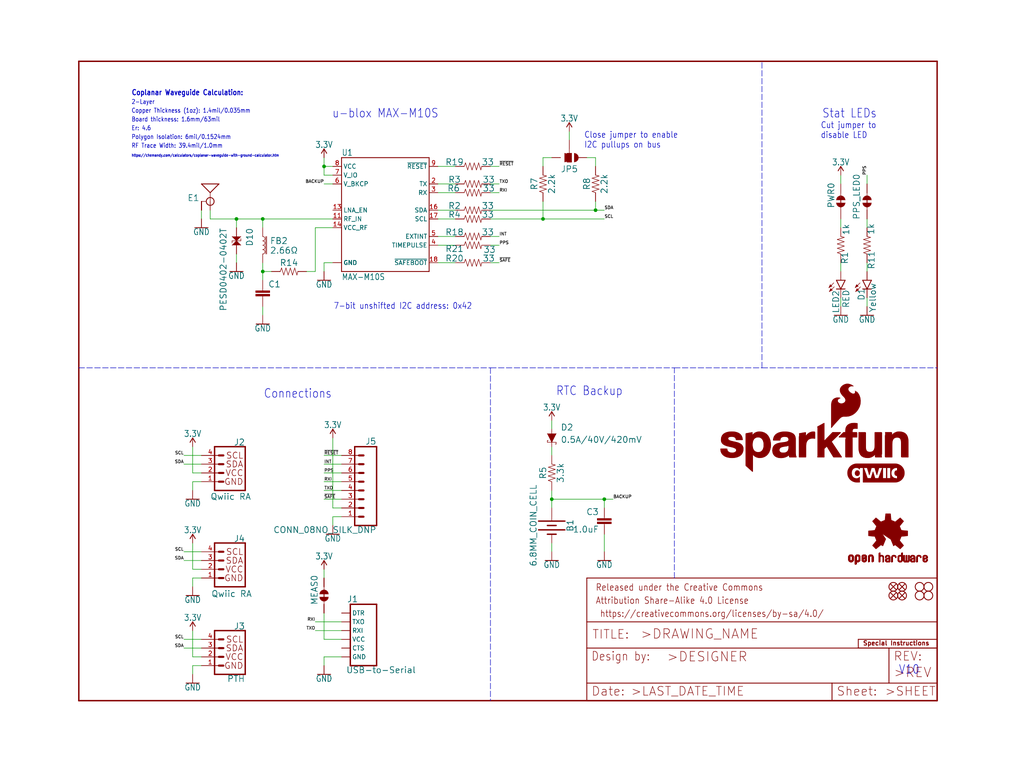
<source format=kicad_sch>
(kicad_sch (version 20211123) (generator eeschema)
  (paper "User" 297.002 223.926)
  (lib_symbols
    (symbol "eagleSchem-eagle-import:1.0UF-0603-16V-10%-X7R"
      (property "Reference" "C" (at 1.524 2.921 0))
      (property "Value" "1.0UF-0603-16V-10%-X7R" (at 1.524 -2.159 0))
      (symbol "1.0UF-0603-16V-10%-X7R_1_0"
        (pin passive line (at 0 5.08 270) (length 2.54) (name "1") (number "1"))
        (pin passive line (at 0 -2.54 90) (length 2.54) (name "2") (number "2"))
      )
    )
    (symbol "eagleSchem-eagle-import:1KOHM-0603-1{slash}10W-1%"
      (property "Reference" "R" (at 0 1.524 0))
      (property "Value" "1KOHM-0603-1{slash}10W-1%" (at 0 -1.524 0))
      (symbol "1KOHM-0603-1{slash}10W-1%_1_0"
        (pin passive line (at -5.08 0 0) (length 2.54) (name "1") (number "1"))
        (pin passive line (at 5.08 0 180) (length 2.54) (name "2") (number "2"))
      )
    )
    (symbol "eagleSchem-eagle-import:2.2KOHM-0603-1{slash}10W-1%"
      (property "Reference" "R" (at 0 1.524 0))
      (property "Value" "2.2KOHM-0603-1{slash}10W-1%" (at 0 -1.524 0))
      (symbol "2.2KOHM-0603-1{slash}10W-1%_1_0"
        (pin passive line (at -5.08 0 0) (length 2.54) (name "1") (number "1"))
        (pin passive line (at 5.08 0 180) (length 2.54) (name "2") (number "2"))
      )
    )
    (symbol "eagleSchem-eagle-import:3.3KOHM-0603-1{slash}10W-1%"
      (property "Reference" "R" (at 0 1.524 0))
      (property "Value" "3.3KOHM-0603-1{slash}10W-1%" (at 0 -1.524 0))
      (symbol "3.3KOHM-0603-1{slash}10W-1%_1_0"
        (pin passive line (at -5.08 0 0) (length 2.54) (name "1") (number "1"))
        (pin passive line (at 5.08 0 180) (length 2.54) (name "2") (number "2"))
      )
    )
    (symbol "eagleSchem-eagle-import:3.3V" (power)
      (property "Value" "3.3V" (at 0 2.794 0))
      (symbol "3.3V_1_0"
        (pin power_in line (at 0 0 90) (length 2.54) (name "3.3V") (number "1"))
      )
    )
    (symbol "eagleSchem-eagle-import:33OHM-0402T-1{slash}10W-1%"
      (property "Reference" "R" (at 0 1.524 0))
      (property "Value" "33OHM-0402T-1{slash}10W-1%" (at 0 -1.524 0))
      (symbol "33OHM-0402T-1{slash}10W-1%_1_0"
        (pin passive line (at -5.08 0 0) (length 2.54) (name "1") (number "1"))
        (pin passive line (at 5.08 0 180) (length 2.54) (name "2") (number "2"))
      )
    )
    (symbol "eagleSchem-eagle-import:33OHM-0603-1{slash}10W-1%"
      (property "Reference" "R" (at 0 1.524 0))
      (property "Value" "33OHM-0603-1{slash}10W-1%" (at 0 -1.524 0))
      (symbol "33OHM-0603-1{slash}10W-1%_1_0"
        (pin passive line (at -5.08 0 0) (length 2.54) (name "1") (number "1"))
        (pin passive line (at 5.08 0 180) (length 2.54) (name "2") (number "2"))
      )
    )
    (symbol "eagleSchem-eagle-import:47PF-0402_TIGHT-25V-5%-X7R"
      (property "Reference" "C" (at 1.524 2.921 0))
      (property "Value" "47PF-0402_TIGHT-25V-5%-X7R" (at 1.524 -2.159 0))
      (symbol "47PF-0402_TIGHT-25V-5%-X7R_1_0"
        (pin passive line (at 0 5.08 270) (length 2.54) (name "1") (number "1"))
        (pin passive line (at 0 -2.54 90) (length 2.54) (name "2") (number "2"))
      )
    )
    (symbol "eagleSchem-eagle-import:6_PIN_SERIAL_TARGET_NO_SILK"
      (property "Reference" "J" (at -7.62 10.668 0))
      (property "Value" "6_PIN_SERIAL_TARGET_NO_SILK" (at -7.62 -9.906 0))
      (symbol "6_PIN_SERIAL_TARGET_NO_SILK_1_0"
        (pin passive line (at 2.54 -5.08 180) (length 2.54) (name "DTR") (number "1"))
        (pin passive line (at 2.54 0 180) (length 2.54) (name "RXI") (number "2"))
        (pin passive line (at 2.54 -2.54 180) (length 2.54) (name "TXO") (number "3"))
        (pin passive line (at 2.54 2.54 180) (length 2.54) (name "VCC") (number "4"))
        (pin passive line (at 2.54 5.08 180) (length 2.54) (name "CTS") (number "5"))
        (pin passive line (at 2.54 7.62 180) (length 2.54) (name "GND") (number "6"))
      )
    )
    (symbol "eagleSchem-eagle-import:ANTENNA-SMA-GROUNDEDEDGE_SMA"
      (property "Reference" "E" (at 3.048 0 0))
      (property "Value" "ANTENNA-SMA-GROUNDEDEDGE_SMA" (at 3.048 -2.286 0))
      (symbol "ANTENNA-SMA-GROUNDEDEDGE_SMA_1_0"
        (pin bidirectional line (at 2.54 -2.54 90) (length 2.54) (name "GND") (number "GND@0"))
        (pin bidirectional line (at 2.54 -2.54 90) (length 2.54) (name "GND") (number "GND@1"))
        (pin bidirectional line (at 2.54 -2.54 90) (length 2.54) (name "GND") (number "GND@2"))
        (pin bidirectional line (at 2.54 -2.54 90) (length 2.54) (name "GND") (number "GND@3"))
        (pin bidirectional line (at 0 -2.54 90) (length 2.54) (name "SIGNAL") (number "SIG"))
      )
    )
    (symbol "eagleSchem-eagle-import:CONN_08NO_SILK_DNP"
      (property "Reference" "J" (at -5.08 13.208 0))
      (property "Value" "CONN_08NO_SILK_DNP" (at -5.08 -12.446 0))
      (symbol "CONN_08NO_SILK_DNP_1_0"
        (pin passive line (at 5.08 -7.62 180) (length 5.08) (name "1") (number "1"))
        (pin passive line (at 5.08 -5.08 180) (length 5.08) (name "2") (number "2"))
        (pin passive line (at 5.08 -2.54 180) (length 5.08) (name "3") (number "3"))
        (pin passive line (at 5.08 0 180) (length 5.08) (name "4") (number "4"))
        (pin passive line (at 5.08 2.54 180) (length 5.08) (name "5") (number "5"))
        (pin passive line (at 5.08 5.08 180) (length 5.08) (name "6") (number "6"))
        (pin passive line (at 5.08 7.62 180) (length 5.08) (name "7") (number "7"))
        (pin passive line (at 5.08 10.16 180) (length 5.08) (name "8") (number "8"))
      )
    )
    (symbol "eagleSchem-eagle-import:DIODE-SCHOTTKY-PMEG4005EJ"
      (property "Reference" "D" (at -2.54 2.032 0))
      (property "Value" "DIODE-SCHOTTKY-PMEG4005EJ" (at -2.54 -2.032 0))
      (symbol "DIODE-SCHOTTKY-PMEG4005EJ_1_0"
        (pin passive line (at -2.54 0 0) (length 0) (name "A") (number "A"))
        (pin passive line (at 2.54 0 180) (length 0) (name "C") (number "C"))
      )
    )
    (symbol "eagleSchem-eagle-import:FERRITE_BEAD-0402-2.66Ω-1GHZ"
      (property "Reference" "FB" (at 1.27 2.54 0))
      (property "Value" "FERRITE_BEAD-0402-2.66Ω-1GHZ" (at 1.27 -2.54 0))
      (symbol "FERRITE_BEAD-0402-2.66Ω-1GHZ_1_0"
        (pin passive line (at 0 5.08 270) (length 2.54) (name "1") (number "1"))
        (pin passive line (at 0 -5.08 90) (length 2.54) (name "2") (number "2"))
      )
    )
    (symbol "eagleSchem-eagle-import:FIDUCIALUFIDUCIAL")
    (symbol "eagleSchem-eagle-import:FRAME-LETTER"
      (symbol "FRAME-LETTER_2_0"
        (text " https://creativecommons.org/licenses/by-sa/4.0/" (at 2.54 24.13 0) (effects (font (size 1.9304 1.6408)) (justify left bottom)))
        (text ">DESIGNER" (at 23.114 11.176 0) (effects (font (size 2.7432 2.7432)) (justify left bottom)))
        (text ">DRAWING_NAME" (at 15.494 17.78 0) (effects (font (size 2.7432 2.7432)) (justify left bottom)))
        (text ">LAST_DATE_TIME" (at 12.7 1.27 0) (effects (font (size 2.54 2.54)) (justify left bottom)))
        (text ">REV" (at 88.9 6.604 0) (effects (font (size 2.7432 2.7432)) (justify left bottom)))
        (text ">SHEET" (at 86.36 1.27 0) (effects (font (size 2.54 2.54)) (justify left bottom)))
        (text "Attribution Share-Alike 4.0 License" (at 2.54 27.94 0) (effects (font (size 1.9304 1.6408)) (justify left bottom)))
        (text "Date:" (at 1.27 1.27 0) (effects (font (size 2.54 2.54)) (justify left bottom)))
        (text "Design by:" (at 1.27 11.43 0) (effects (font (size 2.54 2.159)) (justify left bottom)))
        (text "Released under the Creative Commons" (at 2.54 31.75 0) (effects (font (size 1.9304 1.6408)) (justify left bottom)))
        (text "REV:" (at 88.9 11.43 0) (effects (font (size 2.54 2.54)) (justify left bottom)))
        (text "Sheet:" (at 72.39 1.27 0) (effects (font (size 2.54 2.54)) (justify left bottom)))
        (text "TITLE:" (at 1.524 17.78 0) (effects (font (size 2.54 2.54)) (justify left bottom)))
      )
    )
    (symbol "eagleSchem-eagle-import:GND" (power)
      (property "Value" "GND" (at 0 -0.254 0))
      (symbol "GND_1_0"
        (pin power_in line (at 0 2.54 270) (length 2.54) (name "GND") (number "1"))
      )
    )
    (symbol "eagleSchem-eagle-import:I2C_STANDARDQWIIC"
      (property "Reference" "J" (at -5.08 7.874 0))
      (property "Value" "I2C_STANDARDQWIIC" (at -5.08 -5.334 0))
      (symbol "I2C_STANDARDQWIIC_1_0"
        (text "GND" (at -4.572 -2.54 0) (effects (font (size 1.778 1.778)) (justify left)))
        (text "SCL" (at -4.572 5.08 0) (effects (font (size 1.778 1.778)) (justify left)))
        (text "SDA" (at -4.572 2.54 0) (effects (font (size 1.778 1.778)) (justify left)))
        (text "VCC" (at -4.572 0 0) (effects (font (size 1.778 1.778)) (justify left)))
        (pin power_in line (at 7.62 -2.54 180) (length 5.08) (name "1") (number "1"))
        (pin power_in line (at 7.62 0 180) (length 5.08) (name "2") (number "2"))
        (pin passive line (at 7.62 2.54 180) (length 5.08) (name "3") (number "3"))
        (pin passive line (at 7.62 5.08 180) (length 5.08) (name "4") (number "4"))
      )
    )
    (symbol "eagleSchem-eagle-import:I2C_STANDARD_NO_SILK"
      (property "Reference" "J" (at -5.08 7.874 0))
      (property "Value" "I2C_STANDARD_NO_SILK" (at -5.08 -5.334 0))
      (symbol "I2C_STANDARD_NO_SILK_1_0"
        (text "GND" (at -4.572 -2.54 0) (effects (font (size 1.778 1.778)) (justify left)))
        (text "SCL" (at -4.572 5.08 0) (effects (font (size 1.778 1.778)) (justify left)))
        (text "SDA" (at -4.572 2.54 0) (effects (font (size 1.778 1.778)) (justify left)))
        (text "VCC" (at -4.572 0 0) (effects (font (size 1.778 1.778)) (justify left)))
        (pin power_in line (at 7.62 -2.54 180) (length 5.08) (name "1") (number "1"))
        (pin power_in line (at 7.62 0 180) (length 5.08) (name "2") (number "2"))
        (pin passive line (at 7.62 2.54 180) (length 5.08) (name "3") (number "3"))
        (pin passive line (at 7.62 5.08 180) (length 5.08) (name "4") (number "4"))
      )
    )
    (symbol "eagleSchem-eagle-import:JUMPER-COMBO_2_NC_TRACE"
      (property "Reference" "JP" (at 0 2.794 0))
      (property "Value" "JUMPER-COMBO_2_NC_TRACE" (at 0 -2.794 0))
      (symbol "JUMPER-COMBO_2_NC_TRACE_1_0"
        (pin passive line (at -5.08 0 0) (length 2.54) (name "1") (number "1"))
        (pin passive line (at 5.08 0 180) (length 2.54) (name "2") (number "2"))
        (pin passive line (at -5.08 0 0) (length 2.54) (name "1") (number "3"))
        (pin passive line (at 5.08 0 180) (length 2.54) (name "2") (number "4"))
      )
    )
    (symbol "eagleSchem-eagle-import:JUMPER-SMT_2_NC_TRACE_SILK"
      (property "Reference" "JP" (at 0 3.048 0))
      (property "Value" "JUMPER-SMT_2_NC_TRACE_SILK" (at 0 -3.048 0))
      (symbol "JUMPER-SMT_2_NC_TRACE_SILK_1_0"
        (pin passive line (at -5.08 0 0) (length 2.54) (name "1") (number "1"))
        (pin passive line (at 5.08 0 180) (length 2.54) (name "2") (number "2"))
      )
    )
    (symbol "eagleSchem-eagle-import:JUMPER-SMT_3_NO_SILK"
      (property "Reference" "JP" (at 6.096 1.27 0))
      (property "Value" "JUMPER-SMT_3_NO_SILK" (at 6.858 -1.524 0))
      (symbol "JUMPER-SMT_3_NO_SILK_1_0"
        (pin passive line (at 0 5.08 270) (length 2.54) (name "1") (number "1"))
        (pin passive line (at -5.08 0 0) (length 2.54) (name "2") (number "2"))
        (pin passive line (at 0 -5.08 90) (length 2.54) (name "3") (number "3"))
      )
    )
    (symbol "eagleSchem-eagle-import:LED-RED0603"
      (property "Reference" "D" (at -3.429 -4.572 90))
      (property "Value" "LED-RED0603" (at 1.905 -4.572 90))
      (symbol "LED-RED0603_1_0"
        (pin passive line (at 0 2.54 270) (length 2.54) (name "A") (number "A"))
        (pin passive line (at 0 -5.08 90) (length 2.54) (name "C") (number "C"))
      )
    )
    (symbol "eagleSchem-eagle-import:LED-YELLOW0603"
      (property "Reference" "D" (at -3.429 -4.572 90))
      (property "Value" "LED-YELLOW0603" (at 1.905 -4.572 90))
      (symbol "LED-YELLOW0603_1_0"
        (pin passive line (at 0 2.54 270) (length 2.54) (name "A") (number "A"))
        (pin passive line (at 0 -5.08 90) (length 2.54) (name "C") (number "C"))
      )
    )
    (symbol "eagleSchem-eagle-import:MAX-M10S"
      (property "Reference" "U" (at -12.7 15.748 0))
      (property "Value" "MAX-M10S" (at -12.7 -20.32 0))
      (symbol "MAX-M10S_1_0"
        (pin bidirectional line (at -15.24 -15.24 0) (length 2.54) (name "GND") (number "1"))
        (pin bidirectional line (at -15.24 -15.24 0) (length 2.54) (name "GND") (number "10"))
        (pin bidirectional line (at -15.24 -2.54 0) (length 2.54) (name "RF_IN") (number "11"))
        (pin bidirectional line (at -15.24 -15.24 0) (length 2.54) (name "GND") (number "12"))
        (pin bidirectional line (at -15.24 0 0) (length 2.54) (name "LNA_EN") (number "13"))
        (pin bidirectional line (at -15.24 -5.08 0) (length 2.54) (name "VCC_RF") (number "14"))
        (pin bidirectional line (at 15.24 0 180) (length 2.54) (name "SDA") (number "16"))
        (pin bidirectional line (at 15.24 -2.54 180) (length 2.54) (name "SCL") (number "17"))
        (pin bidirectional line (at 15.24 -15.24 180) (length 2.54) (name "~{SAFEBOOT}") (number "18"))
        (pin bidirectional line (at 15.24 7.62 180) (length 2.54) (name "TX") (number "2"))
        (pin bidirectional line (at 15.24 5.08 180) (length 2.54) (name "RX") (number "3"))
        (pin bidirectional line (at 15.24 -10.16 180) (length 2.54) (name "TIMEPULSE") (number "4"))
        (pin bidirectional line (at 15.24 -7.62 180) (length 2.54) (name "EXTINT") (number "5"))
        (pin bidirectional line (at -15.24 7.62 0) (length 2.54) (name "V_BKCP") (number "6"))
        (pin bidirectional line (at -15.24 10.16 0) (length 2.54) (name "V_IO") (number "7"))
        (pin bidirectional line (at -15.24 12.7 0) (length 2.54) (name "VCC") (number "8"))
        (pin bidirectional line (at 15.24 12.7 180) (length 2.54) (name "~{RESET}") (number "9"))
      )
    )
    (symbol "eagleSchem-eagle-import:ML414H_IV01E_BATTERY"
      (property "Reference" "BT" (at 0 4.318 0))
      (property "Value" "ML414H_IV01E_BATTERY" (at 0 -4.318 0))
      (symbol "ML414H_IV01E_BATTERY_1_0"
        (pin power_in line (at -5.08 0 0) (length 2.54) (name "+") (number "+"))
        (pin power_in line (at 5.08 0 180) (length 2.54) (name "-") (number "-"))
      )
    )
    (symbol "eagleSchem-eagle-import:OSHW-LOGOMINI")
    (symbol "eagleSchem-eagle-import:PESD0402-0402T"
      (property "Reference" "D" (at -2.54 2.794 0))
      (property "Value" "PESD0402-0402T" (at -2.54 -2.794 0))
      (symbol "PESD0402-0402T_1_0"
        (pin bidirectional line (at -2.54 0 0) (length 2.54) (name "1") (number "1"))
        (pin bidirectional line (at 5.08 0 180) (length 2.54) (name "2") (number "2"))
      )
    )
    (symbol "eagleSchem-eagle-import:QWIIC_LOGO_5MM")
    (symbol "eagleSchem-eagle-import:SFE_LOGO_NAME.1_INCH")
    (symbol "eagleSchem-eagle-import:SFE_LOGO_NAME_FLAME.1_INCH")
    (symbol "eagleSchem-eagle-import:SPECIAL_INSTRUCTIONS-ORDERING"
      (symbol "SPECIAL_INSTRUCTIONS-ORDERING_1_0"
        (text "Special Instructions" (at 1.27 0.6985 0) (effects (font (size 1.27 1.27) (thickness 0.254) bold) (justify left bottom)))
      )
    )
    (symbol "eagleSchem-eagle-import:STAND-OFF")
  )
  (junction (at 175.26 144.78))
  (junction (at 160.02 144.78))
  (junction (at 93.98 48.26))
  (junction (at 76.2 63.5))
  (junction (at 76.2 78.74))
  (junction (at 172.72 60.96))
  (junction (at 157.48 63.5))
  (junction (at 68.58 63.5))
  (wire (pts (xy 165.1 38.1) (xy 165.1 40.64)))
  (wire (pts (xy 142.24 71.12) (xy 144.78 71.12)))
  (wire (pts (xy 93.98 45.72) (xy 93.98 48.26)))
  (wire (pts (xy 78.74 78.74) (xy 76.2 78.74)))
  (wire (pts (xy 142.24 76.2) (xy 144.78 76.2)))
  (wire (pts (xy 68.58 63.5) (xy 60.96 63.5)))
  (wire (pts (xy 58.42 185.42) (xy 53.34 185.42)))
  (polyline (pts (xy 142.24 106.68) (xy 142.24 203.2)))
  (wire (pts (xy 142.24 48.26) (xy 144.78 48.26)))
  (wire (pts (xy 172.72 48.26) (xy 172.72 45.72)))
  (polyline (pts (xy 142.24 106.68) (xy 195.58 106.68)))
  (wire (pts (xy 142.24 53.34) (xy 144.78 53.34)))
  (wire (pts (xy 175.26 144.78) (xy 175.26 147.32)))
  (wire (pts (xy 251.46 86.36) (xy 251.46 88.9)))
  (wire (pts (xy 243.84 53.34) (xy 243.84 50.8)))
  (wire (pts (xy 175.26 144.78) (xy 177.8 144.78)))
  (wire (pts (xy 172.72 45.72) (xy 170.18 45.72)))
  (wire (pts (xy 91.44 78.74) (xy 88.9 78.74)))
  (wire (pts (xy 68.58 66.04) (xy 68.58 63.5)))
  (wire (pts (xy 175.26 154.94) (xy 175.26 160.02)))
  (wire (pts (xy 157.48 48.26) (xy 157.48 45.72)))
  (polyline (pts (xy 195.58 167.64) (xy 195.58 106.68)))
  (wire (pts (xy 99.06 147.32) (xy 96.52 147.32)))
  (wire (pts (xy 58.42 160.02) (xy 53.34 160.02)))
  (wire (pts (xy 251.46 53.34) (xy 251.46 50.8)))
  (wire (pts (xy 58.42 139.7) (xy 55.88 139.7)))
  (wire (pts (xy 160.02 144.78) (xy 160.02 147.32)))
  (polyline (pts (xy 220.98 106.68) (xy 271.78 106.68)))
  (wire (pts (xy 58.42 187.96) (xy 53.34 187.96)))
  (wire (pts (xy 99.06 142.24) (xy 93.98 142.24)))
  (polyline (pts (xy 195.58 106.68) (xy 220.98 106.68)))
  (wire (pts (xy 160.02 121.92) (xy 160.02 124.46)))
  (wire (pts (xy 58.42 137.16) (xy 55.88 137.16)))
  (wire (pts (xy 96.52 48.26) (xy 93.98 48.26)))
  (wire (pts (xy 93.98 76.2) (xy 93.98 78.74)))
  (wire (pts (xy 99.06 144.78) (xy 93.98 144.78)))
  (wire (pts (xy 55.88 167.64) (xy 55.88 170.18)))
  (wire (pts (xy 132.08 60.96) (xy 127 60.96)))
  (wire (pts (xy 96.52 147.32) (xy 96.52 127)))
  (wire (pts (xy 175.26 144.78) (xy 160.02 144.78)))
  (wire (pts (xy 243.84 78.74) (xy 243.84 76.2)))
  (wire (pts (xy 127 76.2) (xy 132.08 76.2)))
  (wire (pts (xy 142.24 68.58) (xy 144.78 68.58)))
  (polyline (pts (xy 220.98 106.68) (xy 220.98 17.78)))
  (wire (pts (xy 157.48 45.72) (xy 160.02 45.72)))
  (wire (pts (xy 58.42 134.62) (xy 53.34 134.62)))
  (wire (pts (xy 132.08 63.5) (xy 127 63.5)))
  (wire (pts (xy 91.44 66.04) (xy 91.44 78.74)))
  (wire (pts (xy 99.06 190.5) (xy 93.98 190.5)))
  (wire (pts (xy 251.46 76.2) (xy 251.46 78.74)))
  (polyline (pts (xy 22.86 106.68) (xy 142.24 106.68)))
  (wire (pts (xy 99.06 139.7) (xy 93.98 139.7)))
  (wire (pts (xy 76.2 76.2) (xy 76.2 78.74)))
  (wire (pts (xy 142.24 60.96) (xy 172.72 60.96)))
  (wire (pts (xy 96.52 50.8) (xy 93.98 50.8)))
  (wire (pts (xy 55.88 193.04) (xy 55.88 195.58)))
  (wire (pts (xy 93.98 177.8) (xy 93.98 185.42)))
  (wire (pts (xy 160.02 157.48) (xy 160.02 160.02)))
  (wire (pts (xy 96.52 76.2) (xy 93.98 76.2)))
  (wire (pts (xy 93.98 50.8) (xy 93.98 48.26)))
  (wire (pts (xy 60.96 60.96) (xy 60.96 63.5)))
  (wire (pts (xy 99.06 182.88) (xy 91.44 182.88)))
  (wire (pts (xy 99.06 132.08) (xy 93.98 132.08)))
  (wire (pts (xy 58.42 167.64) (xy 55.88 167.64)))
  (wire (pts (xy 58.42 165.1) (xy 55.88 165.1)))
  (wire (pts (xy 99.06 137.16) (xy 93.98 137.16)))
  (wire (pts (xy 93.98 165.1) (xy 93.98 167.64)))
  (wire (pts (xy 76.2 91.44) (xy 76.2 88.9)))
  (wire (pts (xy 55.88 139.7) (xy 55.88 142.24)))
  (wire (pts (xy 55.88 165.1) (xy 55.88 157.48)))
  (wire (pts (xy 127 48.26) (xy 132.08 48.26)))
  (wire (pts (xy 127 53.34) (xy 132.08 53.34)))
  (wire (pts (xy 99.06 180.34) (xy 91.44 180.34)))
  (wire (pts (xy 157.48 58.42) (xy 157.48 63.5)))
  (wire (pts (xy 96.52 53.34) (xy 93.98 53.34)))
  (wire (pts (xy 76.2 63.5) (xy 68.58 63.5)))
  (wire (pts (xy 251.46 63.5) (xy 251.46 66.04)))
  (wire (pts (xy 243.84 63.5) (xy 243.84 66.04)))
  (wire (pts (xy 58.42 190.5) (xy 55.88 190.5)))
  (wire (pts (xy 58.42 162.56) (xy 53.34 162.56)))
  (wire (pts (xy 127 68.58) (xy 132.08 68.58)))
  (wire (pts (xy 99.06 134.62) (xy 93.98 134.62)))
  (wire (pts (xy 127 55.88) (xy 132.08 55.88)))
  (wire (pts (xy 58.42 132.08) (xy 53.34 132.08)))
  (wire (pts (xy 157.48 63.5) (xy 175.26 63.5)))
  (wire (pts (xy 132.08 71.12) (xy 127 71.12)))
  (wire (pts (xy 55.88 190.5) (xy 55.88 182.88)))
  (wire (pts (xy 96.52 149.86) (xy 96.52 152.4)))
  (wire (pts (xy 58.42 63.5) (xy 58.42 60.96)))
  (wire (pts (xy 142.24 55.88) (xy 144.78 55.88)))
  (wire (pts (xy 99.06 149.86) (xy 96.52 149.86)))
  (wire (pts (xy 142.24 63.5) (xy 157.48 63.5)))
  (wire (pts (xy 99.06 185.42) (xy 93.98 185.42)))
  (wire (pts (xy 68.58 76.2) (xy 68.58 73.66)))
  (wire (pts (xy 172.72 60.96) (xy 175.26 60.96)))
  (wire (pts (xy 58.42 193.04) (xy 55.88 193.04)))
  (wire (pts (xy 76.2 78.74) (xy 76.2 81.28)))
  (wire (pts (xy 55.88 129.54) (xy 55.88 137.16)))
  (wire (pts (xy 172.72 58.42) (xy 172.72 60.96)))
  (wire (pts (xy 93.98 190.5) (xy 93.98 193.04)))
  (wire (pts (xy 76.2 63.5) (xy 76.2 66.04)))
  (wire (pts (xy 160.02 129.54) (xy 160.02 132.08)))
  (wire (pts (xy 243.84 88.9) (xy 243.84 86.36)))
  (wire (pts (xy 160.02 142.24) (xy 160.02 144.78)))
  (wire (pts (xy 96.52 66.04) (xy 91.44 66.04)))
  (wire (pts (xy 76.2 63.5) (xy 96.52 63.5)))
  (text "Copper Thickness (1oz): 1.4mil/0.035mm" (at 38.1 33.02 180) (effects (font (size 1.27 1.0795)) (justify left bottom)))
  (text "https://chemandy.com/calculators/coplanar-waveguide-with-ground-calculator.htm" (at 38.1 45.72 180) (effects (font (size 0.762 0.6477)) (justify left bottom)))
  (text "2-Layer" (at 38.1 30.48 180) (effects (font (size 1.27 1.0795)) (justify left bottom)))
  (text "Er: 4.6" (at 38.1 38.1 180) (effects (font (size 1.27 1.0795)) (justify left bottom)))
  (text "Cut jumper to\ndisable LED" (at 237.998 40.386 180) (effects (font (size 1.778 1.5113)) (justify left bottom)))
  (text "V10" (at 260.604 195.834 180) (effects (font (size 2.54 2.159)) (justify left bottom)))
  (text "RF Trace Width: 39.4mil/1.0mm" (at 38.1 43.18 180) (effects (font (size 1.27 1.0795)) (justify left bottom)))
  (text "Board thickness: 1.6mm/63mil" (at 38.1 35.56 180) (effects (font (size 1.27 1.0795)) (justify left bottom)))
  (text "Stat LEDs" (at 246.38 33.02 180) (effects (font (size 2.54 2.159))))
  (text "u-blox MAX-M10S" (at 111.76 33.02 180) (effects (font (size 2.54 2.159))))
  (text "7-bit unshifted I2C address: 0x42" (at 116.84 88.9 180) (effects (font (size 1.778 1.5113))))
  (text "Polygon Isolation: 6mil/0.1524mm" (at 38.1 40.64 180) (effects (font (size 1.27 1.0795)) (justify left bottom)))
  (text "Connections" (at 86.36 114.3 180) (effects (font (size 2.54 2.159))))
  (text "Close jumper to enable\nI2C pullups on bus" (at 169.418 43.18 180) (effects (font (size 1.778 1.5113)) (justify left bottom)))
  (text "RTC Backup" (at 170.942 113.538 180) (effects (font (size 2.54 2.159))))
  (text "Coplanar Waveguide Calculation:" (at 38.1 27.94 180) (effects (font (size 1.524 1.2954) (thickness 0.2591) bold) (justify left bottom)))
  (label "INT" (at 93.98 134.62 0) (effects (font (size 0.889 0.889))))
  (label "TXO" (at 144.78 53.34 0) (effects (font (size 0.889 0.889))))
  (label "RXI" (at 144.78 55.88 0) (effects (font (size 0.889 0.889))))
  (label "SCL" (at 175.26 63.5 0) (effects (font (size 0.889 0.889))))
  (label "RXI" (at 93.98 139.7 0) (effects (font (size 0.889 0.889))))
  (label "~{RESET}" (at 144.78 48.26 0) (effects (font (size 0.889 0.889))))
  (label "~{SAFE}" (at 93.98 144.78 0) (effects (font (size 0.889 0.889))))
  (label "SDA" (at 53.34 134.62 180) (effects (font (size 0.889 0.889))))
  (label "SDA" (at 53.34 162.56 180) (effects (font (size 0.889 0.889))))
  (label "PPS" (at 251.46 50.8 90) (effects (font (size 0.889 0.889))))
  (label "SDA" (at 53.34 187.96 180) (effects (font (size 0.889 0.889))))
  (label "~{SAFE}" (at 144.78 76.2 0) (effects (font (size 0.889 0.889))))
  (label "~{RESET}" (at 93.98 132.08 0) (effects (font (size 0.889 0.889))))
  (label "RXI" (at 91.44 180.34 180) (effects (font (size 0.889 0.889))))
  (label "BACKUP" (at 93.98 53.34 180) (effects (font (size 0.889 0.889))))
  (label "SCL" (at 53.34 132.08 180) (effects (font (size 0.889 0.889))))
  (label "PPS" (at 144.78 71.12 0) (effects (font (size 0.889 0.889))))
  (label "SCL" (at 53.34 160.02 180) (effects (font (size 0.889 0.889))))
  (label "SCL" (at 53.34 185.42 180) (effects (font (size 0.889 0.889))))
  (label "TXO" (at 93.98 142.24 0) (effects (font (size 0.889 0.889))))
  (label "BACKUP" (at 177.8 144.78 0) (effects (font (size 0.889 0.889))))
  (label "INT" (at 144.78 68.58 0) (effects (font (size 0.889 0.889))))
  (label "SDA" (at 175.26 60.96 0) (effects (font (size 0.889 0.889))))
  (label "TXO" (at 91.44 182.88 180) (effects (font (size 0.889 0.889))))
  (label "PPS" (at 93.98 137.16 0) (effects (font (size 0.889 0.889))))
  (symbol (lib_id "eagleSchem-eagle-import:LED-RED0603") (at 243.84 81.28 0) (unit 1)
    (property "Reference" "LED2" (at 243.459 90.932 90) (effects (font (size 1.778 1.778)) (justify left bottom)))
    (property "Value" "RED" (at 244.348 89.408 90) (effects (font (size 1.778 1.778)) (justify left top)))
    (property "Footprint" "eagleSchem:LED-0603" (effects hide))
  )
  (symbol (lib_id "eagleSchem-eagle-import:OSHW-LOGOMINI") (at 257.556 154.686 0) (unit 1)
    (property "Reference" "LOGO1" (effects hide))
    (property "Value" "OSHW-LOGOMINI" (effects hide))
    (property "Footprint" "eagleSchem:OSHW-LOGO-MINI" (effects hide))
  )
  (symbol (lib_id "eagleSchem-eagle-import:I2C_STANDARDQWIIC") (at 66.04 137.16 0) (mirror y) (unit 1)
    (property "Reference" "J2" (at 71.12 129.286 0) (effects (font (size 1.778 1.778)) (justify left bottom)))
    (property "Value" "Qwiic RA" (at 60.96 145.034 0) (effects (font (size 1.778 1.778)) (justify right bottom)))
    (property "Footprint" "eagleSchem:JST04_1MM_RA" (effects hide))
  )
  (symbol (lib_id "eagleSchem-eagle-import:GND") (at 160.02 162.56 0) (unit 1)
    (property "Reference" "#GND5" (effects hide))
    (property "Value" "GND" (at 160.02 162.814 0) (effects (font (size 1.778 1.5113)) (justify top)))
    (property "Footprint" "eagleSchem:" (effects hide))
  )
  (symbol (lib_id "eagleSchem-eagle-import:33OHM-0603-1{slash}10W-1%") (at 137.16 53.34 0) (unit 1)
    (property "Reference" "R3" (at 131.826 53.086 0) (effects (font (size 1.778 1.778)) (justify bottom)))
    (property "Value" "33" (at 141.732 53.086 0) (effects (font (size 1.778 1.778)) (justify bottom)))
    (property "Footprint" "eagleSchem:0603" (effects hide))
  )
  (symbol (lib_id "eagleSchem-eagle-import:3.3V") (at 55.88 182.88 0) (unit 1)
    (property "Reference" "#SUPPLY7" (effects hide))
    (property "Value" "3.3V" (at 55.88 180.086 0) (effects (font (size 1.778 1.5113)) (justify bottom)))
    (property "Footprint" "eagleSchem:" (effects hide))
  )
  (symbol (lib_id "eagleSchem-eagle-import:3.3V") (at 93.98 45.72 0) (mirror y) (unit 1)
    (property "Reference" "#SUPPLY1" (effects hide))
    (property "Value" "3.3V" (at 93.98 42.926 0) (effects (font (size 1.778 1.5113)) (justify bottom)))
    (property "Footprint" "eagleSchem:" (effects hide))
  )
  (symbol (lib_id "eagleSchem-eagle-import:2.2KOHM-0603-1{slash}10W-1%") (at 172.72 53.34 90) (unit 1)
    (property "Reference" "R8" (at 171.196 53.34 0) (effects (font (size 1.778 1.778)) (justify bottom)))
    (property "Value" "2.2k" (at 174.244 53.34 0) (effects (font (size 1.778 1.778)) (justify top)))
    (property "Footprint" "eagleSchem:0603" (effects hide))
  )
  (symbol (lib_id "eagleSchem-eagle-import:GND") (at 55.88 172.72 0) (unit 1)
    (property "Reference" "#GND2" (effects hide))
    (property "Value" "GND" (at 55.88 172.974 0) (effects (font (size 1.778 1.5113)) (justify top)))
    (property "Footprint" "eagleSchem:" (effects hide))
  )
  (symbol (lib_id "eagleSchem-eagle-import:FRAME-LETTER") (at 170.18 203.2 0) (unit 2)
    (property "Reference" "FRAME1" (effects hide))
    (property "Value" "FRAME-LETTER" (effects hide))
    (property "Footprint" "eagleSchem:CREATIVE_COMMONS" (effects hide))
  )
  (symbol (lib_id "eagleSchem-eagle-import:MAX-M10S") (at 111.76 60.96 0) (unit 1)
    (property "Reference" "U1" (at 99.06 45.212 0) (effects (font (size 1.778 1.5113)) (justify left bottom)))
    (property "Value" "MAX-M10S" (at 99.06 81.28 0) (effects (font (size 1.778 1.5113)) (justify left bottom)))
    (property "Footprint" "eagleSchem:MAX-M10S" (effects hide))
  )
  (symbol (lib_id "eagleSchem-eagle-import:FIDUCIALUFIDUCIAL") (at 261.62 172.72 0) (unit 1)
    (property "Reference" "FD2" (effects hide))
    (property "Value" "FIDUCIALUFIDUCIAL" (effects hide))
    (property "Footprint" "eagleSchem:FIDUCIAL-MICRO" (effects hide))
  )
  (symbol (lib_id "eagleSchem-eagle-import:QWIIC_LOGO_5MM") (at 254 137.16 0) (unit 1)
    (property "Reference" "LOGO3" (effects hide))
    (property "Value" "QWIIC_LOGO_5MM" (effects hide))
    (property "Footprint" "eagleSchem:QWIIC_5MM" (effects hide))
  )
  (symbol (lib_id "eagleSchem-eagle-import:33OHM-0603-1{slash}10W-1%") (at 137.16 48.26 0) (unit 1)
    (property "Reference" "R19" (at 131.826 48.006 0) (effects (font (size 1.778 1.778)) (justify bottom)))
    (property "Value" "33" (at 141.478 48.006 0) (effects (font (size 1.778 1.778)) (justify bottom)))
    (property "Footprint" "eagleSchem:0603" (effects hide))
  )
  (symbol (lib_id "eagleSchem-eagle-import:33OHM-0603-1{slash}10W-1%") (at 137.16 55.88 0) (unit 1)
    (property "Reference" "R6" (at 131.572 55.626 0) (effects (font (size 1.778 1.778)) (justify bottom)))
    (property "Value" "33" (at 141.732 55.626 0) (effects (font (size 1.778 1.778)) (justify bottom)))
    (property "Footprint" "eagleSchem:0603" (effects hide))
  )
  (symbol (lib_id "eagleSchem-eagle-import:ANTENNA-SMA-GROUNDEDEDGE_SMA") (at 60.96 58.42 0) (mirror y) (unit 1)
    (property "Reference" "E1" (at 57.912 58.42 0) (effects (font (size 1.778 1.778)) (justify left bottom)))
    (property "Value" "ANTENNA-SMA-GROUNDEDEDGE_SMA" (effects hide))
    (property "Footprint" "eagleSchem:SMA-EDGE" (effects hide))
  )
  (symbol (lib_id "eagleSchem-eagle-import:FIDUCIALUFIDUCIAL") (at 259.08 172.72 0) (unit 1)
    (property "Reference" "FD1" (effects hide))
    (property "Value" "FIDUCIALUFIDUCIAL" (effects hide))
    (property "Footprint" "eagleSchem:FIDUCIAL-MICRO" (effects hide))
  )
  (symbol (lib_id "eagleSchem-eagle-import:33OHM-0402T-1{slash}10W-1%") (at 83.82 78.74 0) (unit 1)
    (property "Reference" "R14" (at 83.82 77.216 0) (effects (font (size 1.778 1.778)) (justify bottom)))
    (property "Value" "33OHM-0402T-1/10W-1%" (effects hide))
    (property "Footprint" "eagleSchem:0402-TIGHT" (effects hide))
  )
  (symbol (lib_id "eagleSchem-eagle-import:47PF-0402_TIGHT-25V-5%-X7R") (at 76.2 86.36 0) (unit 1)
    (property "Reference" "C1" (at 77.724 83.439 0) (effects (font (size 1.778 1.778)) (justify left bottom)))
    (property "Value" "47pF" (effects hide))
    (property "Footprint" "eagleSchem:0402-TIGHT" (effects hide))
  )
  (symbol (lib_id "eagleSchem-eagle-import:33OHM-0603-1{slash}10W-1%") (at 137.16 76.2 0) (unit 1)
    (property "Reference" "R20" (at 131.826 75.946 0) (effects (font (size 1.778 1.778)) (justify bottom)))
    (property "Value" "33" (at 141.732 75.946 0) (effects (font (size 1.778 1.778)) (justify bottom)))
    (property "Footprint" "eagleSchem:0603" (effects hide))
  )
  (symbol (lib_id "eagleSchem-eagle-import:GND") (at 93.98 81.28 0) (unit 1)
    (property "Reference" "#GND3" (effects hide))
    (property "Value" "GND" (at 93.98 81.534 0) (effects (font (size 1.778 1.5113)) (justify top)))
    (property "Footprint" "eagleSchem:" (effects hide))
  )
  (symbol (lib_id "eagleSchem-eagle-import:GND") (at 76.2 93.98 0) (unit 1)
    (property "Reference" "#GND18" (effects hide))
    (property "Value" "GND" (at 76.2 94.234 0) (effects (font (size 1.778 1.5113)) (justify top)))
    (property "Footprint" "eagleSchem:" (effects hide))
  )
  (symbol (lib_id "eagleSchem-eagle-import:JUMPER-SMT_2_NC_TRACE_SILK") (at 251.46 58.42 90) (unit 1)
    (property "Reference" "PPS_LED0" (at 249.428 63.754 0) (effects (font (size 1.778 1.778)) (justify left bottom)))
    (property "Value" "JUMPER-SMT_2_NC_TRACE_SILK" (effects hide))
    (property "Footprint" "eagleSchem:SMT-JUMPER_2_NC_TRACE_SILK" (effects hide))
  )
  (symbol (lib_id "eagleSchem-eagle-import:STAND-OFF") (at 269.24 170.18 0) (unit 1)
    (property "Reference" "H2" (effects hide))
    (property "Value" "STAND-OFF" (effects hide))
    (property "Footprint" "eagleSchem:STAND-OFF" (effects hide))
  )
  (symbol (lib_id "eagleSchem-eagle-import:3.3V") (at 165.1 38.1 0) (unit 1)
    (property "Reference" "#SUPPLY9" (effects hide))
    (property "Value" "3.3V" (at 165.1 35.306 0) (effects (font (size 1.778 1.5113)) (justify bottom)))
    (property "Footprint" "eagleSchem:" (effects hide))
  )
  (symbol (lib_id "eagleSchem-eagle-import:LED-YELLOW0603") (at 251.46 81.28 0) (unit 1)
    (property "Reference" "D1" (at 250.825 87.249 90) (effects (font (size 1.778 1.778)) (justify left bottom)))
    (property "Value" "Yellow" (at 252.095 90.678 90) (effects (font (size 1.778 1.778)) (justify left top)))
    (property "Footprint" "eagleSchem:LED-0603" (effects hide))
  )
  (symbol (lib_id "eagleSchem-eagle-import:3.3V") (at 160.02 121.92 0) (unit 1)
    (property "Reference" "#SUPPLY5" (effects hide))
    (property "Value" "3.3V" (at 160.02 119.126 0) (effects (font (size 1.778 1.5113)) (justify bottom)))
    (property "Footprint" "eagleSchem:" (effects hide))
  )
  (symbol (lib_id "eagleSchem-eagle-import:1KOHM-0603-1{slash}10W-1%") (at 251.46 71.12 90) (unit 1)
    (property "Reference" "R11" (at 253.746 75.438 0) (effects (font (size 1.778 1.778)) (justify bottom)))
    (property "Value" "1k" (at 253.619 66.421 0) (effects (font (size 1.778 1.778)) (justify bottom)))
    (property "Footprint" "eagleSchem:0603" (effects hide))
  )
  (symbol (lib_id "eagleSchem-eagle-import:2.2KOHM-0603-1{slash}10W-1%") (at 157.48 53.34 90) (unit 1)
    (property "Reference" "R7" (at 155.956 53.34 0) (effects (font (size 1.778 1.778)) (justify bottom)))
    (property "Value" "2.2k" (at 159.004 53.34 0) (effects (font (size 1.778 1.778)) (justify top)))
    (property "Footprint" "eagleSchem:0603" (effects hide))
  )
  (symbol (lib_id "eagleSchem-eagle-import:FRAME-LETTER") (at 22.86 203.2 0) (unit 1)
    (property "Reference" "FRAME1" (effects hide))
    (property "Value" "FRAME-LETTER" (effects hide))
    (property "Footprint" "eagleSchem:CREATIVE_COMMONS" (effects hide))
  )
  (symbol (lib_id "eagleSchem-eagle-import:SFE_LOGO_NAME_FLAME.1_INCH") (at 208.28 137.16 0) (unit 1)
    (property "Reference" "LOGO2" (effects hide))
    (property "Value" "SFE_LOGO_NAME_FLAME.1_INCH" (effects hide))
    (property "Footprint" "eagleSchem:SFE_LOGO_NAME_FLAME_.1" (effects hide))
  )
  (symbol (lib_id "eagleSchem-eagle-import:JUMPER-SMT_2_NC_TRACE_SILK") (at 243.84 58.42 90) (unit 1)
    (property "Reference" "PWR0" (at 242.062 60.452 0) (effects (font (size 1.778 1.778)) (justify left bottom)))
    (property "Value" "JUMPER-SMT_2_NC_TRACE_SILK" (effects hide))
    (property "Footprint" "eagleSchem:SMT-JUMPER_2_NC_TRACE_SILK" (effects hide))
  )
  (symbol (lib_id "eagleSchem-eagle-import:1KOHM-0603-1{slash}10W-1%") (at 243.84 71.12 90) (unit 1)
    (property "Reference" "R1" (at 245.999 74.803 0) (effects (font (size 1.778 1.778)) (justify bottom)))
    (property "Value" "1k" (at 244.348 66.548 0) (effects (font (size 1.778 1.778)) (justify top)))
    (property "Footprint" "eagleSchem:0603" (effects hide))
  )
  (symbol (lib_id "eagleSchem-eagle-import:JUMPER-SMT_3_NO_SILK") (at 165.1 45.72 270) (unit 1)
    (property "Reference" "JP5" (at 162.56 50.038 90) (effects (font (size 1.778 1.778)) (justify left bottom)))
    (property "Value" "JUMPER-SMT_3_NO_SILK" (effects hide))
    (property "Footprint" "eagleSchem:SMT-JUMPER_3_NO_SILK" (effects hide))
  )
  (symbol (lib_id "eagleSchem-eagle-import:3.3V") (at 55.88 129.54 0) (unit 1)
    (property "Reference" "#SUPPLY2" (effects hide))
    (property "Value" "3.3V" (at 55.88 126.746 0) (effects (font (size 1.778 1.5113)) (justify bottom)))
    (property "Footprint" "eagleSchem:" (effects hide))
  )
  (symbol (lib_id "eagleSchem-eagle-import:PESD0402-0402T") (at 68.58 68.58 270) (unit 1)
    (property "Reference" "D10" (at 71.374 66.04 0) (effects (font (size 1.778 1.778)) (justify left bottom)))
    (property "Value" "PESD0402-0402T" (at 65.786 66.04 0) (effects (font (size 1.778 1.778)) (justify left top)))
    (property "Footprint" "eagleSchem:0402-TIGHT" (effects hide))
  )
  (symbol (lib_id "eagleSchem-eagle-import:STAND-OFF") (at 266.7 170.18 0) (unit 1)
    (property "Reference" "H1" (effects hide))
    (property "Value" "STAND-OFF" (effects hide))
    (property "Footprint" "eagleSchem:STAND-OFF" (effects hide))
  )
  (symbol (lib_id "eagleSchem-eagle-import:SPECIAL_INSTRUCTIONS-ORDERING") (at 248.92 187.96 0) (unit 1)
    (property "Reference" "U$2" (effects hide))
    (property "Value" "SPECIAL_INSTRUCTIONS-ORDERING" (effects hide))
    (property "Footprint" "eagleSchem:ORDERING_INSTRUCTIONS" (effects hide))
  )
  (symbol (lib_id "eagleSchem-eagle-import:3.3V") (at 96.52 127 0) (unit 1)
    (property "Reference" "#SUPPLY10" (effects hide))
    (property "Value" "3.3V" (at 96.52 124.206 0) (effects (font (size 1.778 1.5113)) (justify bottom)))
    (property "Footprint" "eagleSchem:" (effects hide))
  )
  (symbol (lib_id "eagleSchem-eagle-import:33OHM-0603-1{slash}10W-1%") (at 137.16 60.96 0) (unit 1)
    (property "Reference" "R2" (at 131.826 60.706 0) (effects (font (size 1.778 1.778)) (justify bottom)))
    (property "Value" "33" (at 141.478 60.706 0) (effects (font (size 1.778 1.778)) (justify bottom)))
    (property "Footprint" "eagleSchem:0603" (effects hide))
  )
  (symbol (lib_id "eagleSchem-eagle-import:33OHM-0603-1{slash}10W-1%") (at 137.16 68.58 0) (unit 1)
    (property "Reference" "R18" (at 131.826 68.326 0) (effects (font (size 1.778 1.778)) (justify bottom)))
    (property "Value" "33" (at 141.478 68.326 0) (effects (font (size 1.778 1.778)) (justify bottom)))
    (property "Footprint" "eagleSchem:0603" (effects hide))
  )
  (symbol (lib_id "eagleSchem-eagle-import:STAND-OFF") (at 269.24 172.72 0) (unit 1)
    (property "Reference" "H3" (effects hide))
    (property "Value" "STAND-OFF" (effects hide))
    (property "Footprint" "eagleSchem:STAND-OFF" (effects hide))
  )
  (symbol (lib_id "eagleSchem-eagle-import:GND") (at 58.42 66.04 0) (unit 1)
    (property "Reference" "#GND27" (effects hide))
    (property "Value" "GND" (at 58.42 66.294 0) (effects (font (size 1.778 1.5113)) (justify top)))
    (property "Footprint" "eagleSchem:" (effects hide))
  )
  (symbol (lib_id "eagleSchem-eagle-import:SFE_LOGO_NAME.1_INCH") (at 207.01 136.652 0) (unit 1)
    (property "Reference" "LOGO4" (effects hide))
    (property "Value" "SFE_LOGO_NAME.1_INCH" (effects hide))
    (property "Footprint" "eagleSchem:SFE_LOGO_NAME_.1" (effects hide))
  )
  (symbol (lib_id "eagleSchem-eagle-import:GND") (at 55.88 144.78 0) (unit 1)
    (property "Reference" "#GND6" (effects hide))
    (property "Value" "GND" (at 55.88 145.034 0) (effects (font (size 1.778 1.5113)) (justify top)))
    (property "Footprint" "eagleSchem:" (effects hide))
  )
  (symbol (lib_id "eagleSchem-eagle-import:STAND-OFF") (at 266.7 172.72 0) (unit 1)
    (property "Reference" "H4" (effects hide))
    (property "Value" "STAND-OFF" (effects hide))
    (property "Footprint" "eagleSchem:STAND-OFF" (effects hide))
  )
  (symbol (lib_id "eagleSchem-eagle-import:FERRITE_BEAD-0402-2.66Ω-1GHZ") (at 76.2 71.12 0) (unit 1)
    (property "Reference" "FB2" (at 78.232 70.866 0) (effects (font (size 1.778 1.778)) (justify left bottom)))
    (property "Value" "2.66Ω" (at 78.232 71.628 0) (effects (font (size 1.778 1.778)) (justify left top)))
    (property "Footprint" "eagleSchem:0402-TIGHT" (effects hide))
  )
  (symbol (lib_id "eagleSchem-eagle-import:GND") (at 175.26 162.56 0) (unit 1)
    (property "Reference" "#GND10" (effects hide))
    (property "Value" "GND" (at 175.26 162.814 0) (effects (font (size 1.778 1.5113)) (justify top)))
    (property "Footprint" "eagleSchem:" (effects hide))
  )
  (symbol (lib_id "eagleSchem-eagle-import:GND") (at 68.58 78.74 0) (unit 1)
    (property "Reference" "#GND9" (effects hide))
    (property "Value" "GND" (at 68.58 78.994 0) (effects (font (size 1.778 1.5113)) (justify top)))
    (property "Footprint" "eagleSchem:" (effects hide))
  )
  (symbol (lib_id "eagleSchem-eagle-import:3.3V") (at 93.98 165.1 0) (unit 1)
    (property "Reference" "#SUPPLY12" (effects hide))
    (property "Value" "3.3V" (at 93.98 162.306 0) (effects (font (size 1.778 1.5113)) (justify bottom)))
    (property "Footprint" "eagleSchem:" (effects hide))
  )
  (symbol (lib_id "eagleSchem-eagle-import:ML414H_IV01E_BATTERY") (at 160.02 152.4 270) (unit 1)
    (property "Reference" "B1" (at 164.338 152.4 0) (effects (font (size 1.778 1.778)) (justify bottom)))
    (property "Value" "6.8MM_COIN_CELL" (at 155.702 152.4 0) (effects (font (size 1.778 1.778)) (justify top)))
    (property "Footprint" "eagleSchem:ML414H_IV01E" (effects hide))
  )
  (symbol (lib_id "eagleSchem-eagle-import:3.3V") (at 55.88 157.48 0) (unit 1)
    (property "Reference" "#SUPPLY8" (effects hide))
    (property "Value" "3.3V" (at 55.88 154.686 0) (effects (font (size 1.778 1.5113)) (justify bottom)))
    (property "Footprint" "eagleSchem:" (effects hide))
  )
  (symbol (lib_id "eagleSchem-eagle-import:DIODE-SCHOTTKY-PMEG4005EJ") (at 160.02 127 270) (unit 1)
    (property "Reference" "D2" (at 162.56 124.968 90) (effects (font (size 1.778 1.778)) (justify left bottom)))
    (property "Value" "0.5A/40V/420mV" (at 162.56 126.492 90) (effects (font (size 1.778 1.778)) (justify left top)))
    (property "Footprint" "eagleSchem:SOD-323" (effects hide))
  )
  (symbol (lib_id "eagleSchem-eagle-import:6_PIN_SERIAL_TARGET_NO_SILK") (at 101.6 182.88 180) (unit 1)
    (property "Reference" "J1" (at 100.584 174.752 0) (effects (font (size 1.778 1.778)) (justify right top)))
    (property "Value" "USB-to-Serial" (at 100.33 195.326 0) (effects (font (size 1.778 1.778)) (justify right top)))
    (property "Footprint" "eagleSchem:1X06_NO_SILK" (effects hide))
  )
  (symbol (lib_id "eagleSchem-eagle-import:I2C_STANDARD_NO_SILK") (at 66.04 190.5 0) (mirror y) (unit 1)
    (property "Reference" "J3" (at 71.12 182.626 0) (effects (font (size 1.778 1.778)) (justify left bottom)))
    (property "Value" "PTH" (at 71.12 195.834 0) (effects (font (size 1.778 1.778)) (justify left top)))
    (property "Footprint" "eagleSchem:1X04_NO_SILK" (effects hide))
  )
  (symbol (lib_id "eagleSchem-eagle-import:GND") (at 251.46 91.44 0) (unit 1)
    (property "Reference" "#GND4" (effects hide))
    (property "Value" "GND" (at 251.46 91.694 0) (effects (font (size 1.778 1.5113)) (justify top)))
    (property "Footprint" "eagleSchem:" (effects hide))
  )
  (symbol (lib_id "eagleSchem-eagle-import:GND") (at 55.88 198.12 0) (unit 1)
    (property "Reference" "#GND1" (effects hide))
    (property "Value" "GND" (at 55.88 198.374 0) (effects (font (size 1.778 1.5113)) (justify top)))
    (property "Footprint" "eagleSchem:" (effects hide))
  )
  (symbol (lib_id "eagleSchem-eagle-import:3.3KOHM-0603-1{slash}10W-1%") (at 160.02 137.16 90) (unit 1)
    (property "Reference" "R5" (at 158.496 137.16 0) (effects (font (size 1.778 1.778)) (justify bottom)))
    (property "Value" "3.3k" (at 161.544 137.16 0) (effects (font (size 1.778 1.778)) (justify top)))
    (property "Footprint" "eagleSchem:0603" (effects hide))
  )
  (symbol (lib_id "eagleSchem-eagle-import:GND") (at 243.84 91.44 0) (unit 1)
    (property "Reference" "#GND8" (effects hide))
    (property "Value" "GND" (at 243.84 91.694 0) (effects (font (size 1.778 1.5113)) (justify top)))
    (property "Footprint" "eagleSchem:" (effects hide))
  )
  (symbol (lib_id "eagleSchem-eagle-import:3.3V") (at 243.84 50.8 0) (unit 1)
    (property "Reference" "#P+1" (effects hide))
    (property "Value" "3.3V" (at 243.84 48.006 0) (effects (font (size 1.778 1.5113)) (justify bottom)))
    (property "Footprint" "eagleSchem:" (effects hide))
  )
  (symbol (lib_id "eagleSchem-eagle-import:33OHM-0603-1{slash}10W-1%") (at 137.16 63.5 0) (unit 1)
    (property "Reference" "R4" (at 131.826 63.246 0) (effects (font (size 1.778 1.778)) (justify bottom)))
    (property "Value" "33" (at 141.478 63.246 0) (effects (font (size 1.778 1.778)) (justify bottom)))
    (property "Footprint" "eagleSchem:0603" (effects hide))
  )
  (symbol (lib_id "eagleSchem-eagle-import:33OHM-0603-1{slash}10W-1%") (at 137.16 71.12 0) (unit 1)
    (property "Reference" "R21" (at 131.826 73.152 0) (effects (font (size 1.778 1.778)) (justify bottom)))
    (property "Value" "33" (at 141.986 73.406 0) (effects (font (size 1.778 1.778)) (justify bottom)))
    (property "Footprint" "eagleSchem:0603" (effects hide))
  )
  (symbol (lib_id "eagleSchem-eagle-import:CONN_08NO_SILK_DNP") (at 104.14 142.24 0) (mirror y) (unit 1)
    (property "Reference" "J5" (at 109.22 129.032 0) (effects (font (size 1.778 1.778)) (justify left bottom)))
    (property "Value" "CONN_08NO_SILK_DNP" (at 109.22 154.686 0) (effects (font (size 1.778 1.778)) (justify left bottom)))
    (property "Footprint" "eagleSchem:1X08_NO_SILK" (effects hide))
  )
  (symbol (lib_id "eagleSchem-eagle-import:GND") (at 96.52 154.94 0) (unit 1)
    (property "Reference" "#GND7" (effects hide))
    (property "Value" "GND" (at 96.52 155.194 0) (effects (font (size 1.778 1.5113)) (justify top)))
    (property "Footprint" "eagleSchem:" (effects hide))
  )
  (symbol (lib_id "eagleSchem-eagle-import:FIDUCIALUFIDUCIAL") (at 261.62 170.18 0) (unit 1)
    (property "Reference" "FD3" (effects hide))
    (property "Value" "FIDUCIALUFIDUCIAL" (effects hide))
    (property "Footprint" "eagleSchem:FIDUCIAL-MICRO" (effects hide))
  )
  (symbol (lib_id "eagleSchem-eagle-import:GND") (at 93.98 195.58 0) (unit 1)
    (property "Reference" "#GND23" (effects hide))
    (property "Value" "GND" (at 93.98 195.834 0) (effects (font (size 1.778 1.5113)) (justify top)))
    (property "Footprint" "eagleSchem:" (effects hide))
  )
  (symbol (lib_id "eagleSchem-eagle-import:1.0UF-0603-16V-10%-X7R") (at 175.26 152.4 0) (mirror y) (unit 1)
    (property "Reference" "C3" (at 173.736 149.479 0) (effects (font (size 1.778 1.778)) (justify left bottom)))
    (property "Value" "1.0uF" (at 173.736 154.559 0) (effects (font (size 1.778 1.778)) (justify left bottom)))
    (property "Footprint" "eagleSchem:0603" (effects hide))
  )
  (symbol (lib_id "eagleSchem-eagle-import:FIDUCIALUFIDUCIAL") (at 259.08 170.18 0) (unit 1)
    (property "Reference" "FD4" (effects hide))
    (property "Value" "FIDUCIALUFIDUCIAL" (effects hide))
    (property "Footprint" "eagleSchem:FIDUCIAL-MICRO" (effects hide))
  )
  (symbol (lib_id "eagleSchem-eagle-import:I2C_STANDARDQWIIC") (at 66.04 165.1 0) (mirror y) (unit 1)
    (property "Reference" "J4" (at 71.12 157.226 0) (effects (font (size 1.778 1.778)) (justify left bottom)))
    (property "Value" "Qwiic RA" (at 61.214 173.228 0) (effects (font (size 1.778 1.778)) (justify right bottom)))
    (property "Footprint" "eagleSchem:JST04_1MM_RA" (effects hide))
  )
  (symbol (lib_id "eagleSchem-eagle-import:JUMPER-COMBO_2_NC_TRACE") (at 93.98 172.72 90) (unit 1)
    (property "Reference" "MEAS0" (at 92.202 175.514 0) (effects (font (size 1.778 1.778)) (justify left bottom)))
    (property "Value" "JUMPER-COMBO_2_NC_TRACE" (effects hide))
    (property "Footprint" "eagleSchem:COMBO-JUMPER_2_NC_TRACE" (effects hide))
  )
)
</source>
